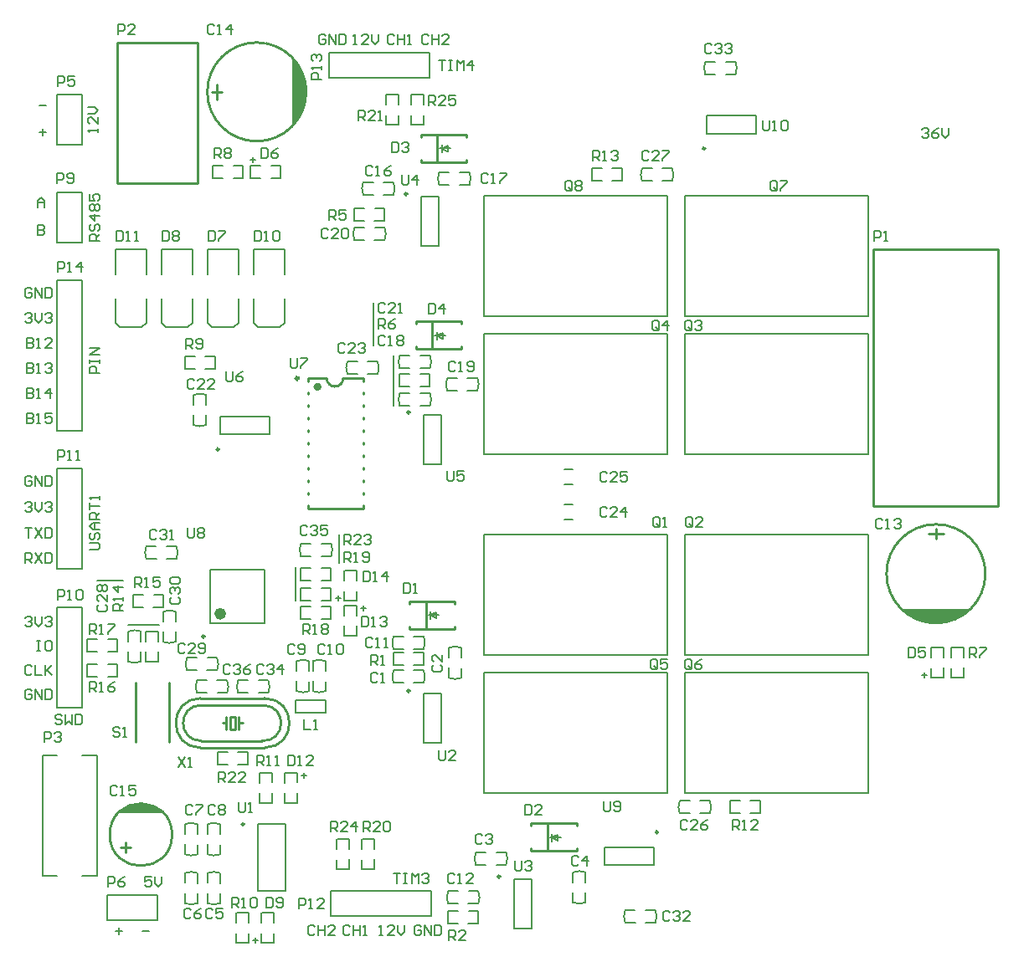
<source format=gto>
G04*
G04 #@! TF.GenerationSoftware,Altium Limited,Altium Designer,18.1.9 (240)*
G04*
G04 Layer_Color=65535*
%FSLAX25Y25*%
%MOIN*%
G70*
G01*
G75*
%ADD10C,0.00700*%
%ADD11C,0.00984*%
%ADD12C,0.01000*%
%ADD13C,0.01181*%
%ADD14C,0.01575*%
%ADD15C,0.02362*%
%ADD16C,0.00787*%
%ADD17C,0.00600*%
%ADD18C,0.00800*%
G36*
X41500Y62500D02*
X42067Y63128D01*
X43365Y64215D01*
X44802Y65111D01*
X46349Y65799D01*
X47977Y66265D01*
X49654Y66500D01*
X51346D01*
X53023Y66265D01*
X54651Y65799D01*
X56198Y65111D01*
X57635Y64215D01*
X58933Y63128D01*
X59500Y62500D01*
X59500Y62500D01*
X41500D01*
Y62500D01*
D02*
G37*
G36*
X110600Y364000D02*
Y336000D01*
X113600Y340000D01*
X115600Y346000D01*
X116600Y352000D01*
X115600Y356000D01*
X110600Y364000D01*
D02*
G37*
G36*
X381000Y144000D02*
X353000D01*
X357000Y141000D01*
X363000Y139000D01*
X369000Y138000D01*
X373000Y139000D01*
X381000Y144000D01*
D02*
G37*
D10*
X80827Y119565D02*
G03*
X80827Y124435I-6027J2435D01*
G01*
X68773D02*
G03*
X68773Y119565I6027J-2435D01*
G01*
X144727Y237565D02*
G03*
X144727Y242435I-6027J2435D01*
G01*
X132673D02*
G03*
X132673Y237565I6027J-2435D01*
G01*
X165578Y225065D02*
G03*
X165578Y229935I-6027J2435D01*
G01*
X153524D02*
G03*
X153524Y225065I6027J-2435D01*
G01*
X165578Y240065D02*
G03*
X165578Y244935I-6027J2435D01*
G01*
X153524D02*
G03*
X153524Y240065I6027J-2435D01*
G01*
X184476Y231065D02*
G03*
X184476Y235935I-6027J2435D01*
G01*
X172422D02*
G03*
X172422Y231065I6027J-2435D01*
G01*
X151027Y309065D02*
G03*
X151027Y313935I-6027J2435D01*
G01*
X138973D02*
G03*
X138973Y309065I6027J-2435D01*
G01*
X147527Y291065D02*
G03*
X147527Y295935I-6027J2435D01*
G01*
X135473D02*
G03*
X135473Y291065I6027J-2435D01*
G01*
X181275Y313065D02*
G03*
X181275Y317935I-6027J2435D01*
G01*
X169222D02*
G03*
X169222Y313065I6027J-2435D01*
G01*
X264973Y67435D02*
G03*
X264973Y62565I6027J-2435D01*
G01*
X277027D02*
G03*
X277027Y67435I-6027J2435D01*
G01*
X255327Y19065D02*
G03*
X255327Y23935I-6027J2435D01*
G01*
X243273D02*
G03*
X243273Y19065I6027J-2435D01*
G01*
X222565Y26973D02*
G03*
X227435Y26973I2435J6027D01*
G01*
Y39027D02*
G03*
X222565Y39027I-2435J-6027D01*
G01*
X72935Y38720D02*
G03*
X68065Y38720I-2435J-6027D01*
G01*
Y26667D02*
G03*
X72935Y26667I2435J6027D01*
G01*
X81935Y38720D02*
G03*
X77065Y38720I-2435J-6027D01*
G01*
Y26667D02*
G03*
X81935Y26667I2435J6027D01*
G01*
X64662Y164065D02*
G03*
X64662Y168935I-6027J2435D01*
G01*
X52609D02*
G03*
X52609Y164065I6027J-2435D01*
G01*
X59401Y130860D02*
G03*
X64271Y130860I2435J6027D01*
G01*
Y142913D02*
G03*
X59401Y142913I-2435J-6027D01*
G01*
X45565Y122960D02*
G03*
X50435Y122960I2435J6027D01*
G01*
Y135013D02*
G03*
X45565Y135013I-2435J-6027D01*
G01*
X118965Y111173D02*
G03*
X123835Y111173I2435J6027D01*
G01*
Y123227D02*
G03*
X118965Y123227I-2435J-6027D01*
G01*
X112565Y111173D02*
G03*
X117435Y111173I2435J6027D01*
G01*
Y123227D02*
G03*
X112565Y123227I-2435J-6027D01*
G01*
X101227Y110565D02*
G03*
X101227Y115435I-6027J2435D01*
G01*
X89173D02*
G03*
X89173Y110565I6027J-2435D01*
G01*
X72773Y115435D02*
G03*
X72773Y110565I6027J-2435D01*
G01*
X84827D02*
G03*
X84827Y115435I-6027J2435D01*
G01*
X173065Y116473D02*
G03*
X177935Y116473I2435J6027D01*
G01*
Y128527D02*
G03*
X173065Y128527I-2435J-6027D01*
G01*
X163078Y114565D02*
G03*
X163078Y119435I-6027J2435D01*
G01*
X151024D02*
G03*
X151024Y114565I6027J-2435D01*
G01*
X163078Y128065D02*
G03*
X163078Y132935I-6027J2435D01*
G01*
X151024D02*
G03*
X151024Y128065I6027J-2435D01*
G01*
X71565Y217222D02*
G03*
X76435Y217222I2435J6027D01*
G01*
Y229275D02*
G03*
X71565Y229275I-2435J-6027D01*
G01*
X249973Y319435D02*
G03*
X249973Y314565I6027J-2435D01*
G01*
X262027D02*
G03*
X262027Y319435I-6027J2435D01*
G01*
X183825Y46935D02*
G03*
X183825Y42065I6027J-2435D01*
G01*
X195878D02*
G03*
X195878Y46935I-6027J2435D01*
G01*
X81935Y58227D02*
G03*
X77065Y58227I-2435J-6027D01*
G01*
Y46173D02*
G03*
X81935Y46173I2435J6027D01*
G01*
X72935Y58227D02*
G03*
X68065Y58227I-2435J-6027D01*
G01*
Y46173D02*
G03*
X72935Y46173I2435J6027D01*
G01*
X172773Y31435D02*
G03*
X172773Y26565I6027J-2435D01*
G01*
X184827D02*
G03*
X184827Y31435I-6027J2435D01*
G01*
X287227Y357065D02*
G03*
X287227Y361935I-6027J2435D01*
G01*
X275173D02*
G03*
X275173Y357065I6027J-2435D01*
G01*
X126227Y165065D02*
G03*
X126227Y169935I-6027J2435D01*
G01*
X114173D02*
G03*
X114173Y165065I6027J-2435D01*
G01*
X11500Y37734D02*
Y85510D01*
X33154Y37734D02*
Y85510D01*
X27000D02*
X33154D01*
X11500D02*
X16913D01*
X27000Y37734D02*
X33154D01*
X11500D02*
X16913D01*
X133500Y48250D02*
Y52200D01*
Y40200D02*
Y44150D01*
X128500Y48300D02*
Y52200D01*
Y40200D02*
Y44100D01*
Y40200D02*
X133500D01*
X128600Y52200D02*
X133500D01*
X76850Y119500D02*
X80800D01*
X68800D02*
X72750D01*
X76900Y124500D02*
X80800D01*
X68800D02*
X72700D01*
X94200Y323000D02*
X96200D01*
X95200Y322000D02*
Y324000D01*
X102250Y315500D02*
X106200D01*
X94200D02*
X98150D01*
X102300Y320500D02*
X106200D01*
X94200D02*
X98100D01*
X94200Y315500D02*
Y320500D01*
X106200Y315500D02*
Y320400D01*
X151027Y244935D02*
X151051Y225000D01*
X143000Y266000D02*
X143100Y248988D01*
X45500Y137500D02*
X57635D01*
X33000Y155303D02*
X43376D01*
X112200Y147129D02*
Y160500D01*
X129500Y162126D02*
Y173500D01*
X114200Y147529D02*
Y152429D01*
X126200Y147429D02*
Y152429D01*
X122300Y147429D02*
X126200D01*
X114200D02*
X118100D01*
X122250Y152429D02*
X126200D01*
X114200D02*
X118150D01*
X122250Y155303D02*
X126200D01*
X114200D02*
X118150D01*
X122300Y160303D02*
X126200D01*
X114200D02*
X118100D01*
X114200Y155303D02*
Y160303D01*
X126200Y155303D02*
Y160203D01*
X140750Y237500D02*
X144700D01*
X132700D02*
X136650D01*
X140800Y242500D02*
X144700D01*
X132700D02*
X136600D01*
X161601Y232500D02*
X165551D01*
X153551D02*
X157501D01*
X161651Y237500D02*
X165551D01*
X153551D02*
X157451D01*
X153551Y232500D02*
Y237500D01*
X165551Y232500D02*
Y237400D01*
X161601Y225000D02*
X165551D01*
X153551D02*
X157501D01*
X161651Y230000D02*
X165551D01*
X153551D02*
X157451D01*
X161601Y240000D02*
X165551D01*
X153551D02*
X157501D01*
X161651Y245000D02*
X165551D01*
X153551D02*
X157451D01*
X180499Y231000D02*
X184449D01*
X172449D02*
X176399D01*
X180549Y236000D02*
X184449D01*
X172449D02*
X176349D01*
X147050Y309000D02*
X151000D01*
X139000D02*
X142950D01*
X147100Y314000D02*
X151000D01*
X139000D02*
X142900D01*
X143550Y298500D02*
X147500D01*
X135500D02*
X139450D01*
X143600Y303500D02*
X147500D01*
X135500D02*
X139400D01*
X135500Y298500D02*
Y303500D01*
X147500Y298500D02*
Y303400D01*
X143550Y291000D02*
X147500D01*
X135500D02*
X139450D01*
X143600Y296000D02*
X147500D01*
X135500D02*
X139400D01*
X177299Y313000D02*
X181249D01*
X169249D02*
X173199D01*
X177349Y318000D02*
X181249D01*
X169249D02*
X173149D01*
X158000Y336800D02*
Y340750D01*
Y344850D02*
Y348800D01*
X163000Y336800D02*
Y340700D01*
Y344900D02*
Y348800D01*
X158000D02*
X163000D01*
X158000Y336800D02*
X162900D01*
X148000D02*
Y340750D01*
Y344850D02*
Y348800D01*
X153000Y336800D02*
Y340700D01*
Y344900D02*
Y348800D01*
X148000D02*
X153000D01*
X148000Y336800D02*
X152900D01*
X187000Y260500D02*
Y308500D01*
X260000Y260500D02*
Y308500D01*
X187000Y260500D02*
X260000D01*
X187000Y308500D02*
X260000D01*
X340000Y260500D02*
Y308500D01*
X267000Y260500D02*
Y308500D01*
X340000D01*
X267000Y260500D02*
X340000D01*
X187000Y205500D02*
Y253500D01*
X260000Y205500D02*
Y253500D01*
X187000Y205500D02*
X260000D01*
X187000Y253500D02*
X260000D01*
X340000Y205500D02*
Y253500D01*
X267000Y205500D02*
Y253500D01*
X340000D01*
X267000Y205500D02*
X340000D01*
X187000Y70500D02*
Y118500D01*
X260000Y70500D02*
Y118500D01*
X187000Y70500D02*
X260000D01*
X187000Y118500D02*
X260000D01*
X340000Y70500D02*
Y118500D01*
X267000Y70500D02*
Y118500D01*
X340000D01*
X267000Y70500D02*
X340000D01*
X187000Y125500D02*
Y173500D01*
X260000Y125500D02*
Y173500D01*
X187000Y125500D02*
X260000D01*
X187000Y173500D02*
X260000D01*
X378000Y124550D02*
Y128500D01*
Y116500D02*
Y120450D01*
X373000Y124600D02*
Y128500D01*
Y116500D02*
Y120400D01*
Y116500D02*
X378000D01*
X373100Y128500D02*
X378000D01*
X362500Y116500D02*
Y118500D01*
X361500Y117500D02*
X363500D01*
X370000Y124550D02*
Y128500D01*
Y116500D02*
Y120450D01*
X365000Y124600D02*
Y128500D01*
Y116500D02*
Y120400D01*
Y116500D02*
X370000D01*
X365100Y128500D02*
X370000D01*
X293050Y62500D02*
X297000D01*
X285000D02*
X288950D01*
X293100Y67500D02*
X297000D01*
X285000D02*
X288900D01*
X285000Y62500D02*
Y67500D01*
X297000Y62500D02*
Y67400D01*
X265000Y67500D02*
X268950D01*
X273050D02*
X277000D01*
X265000Y62500D02*
X268900D01*
X273100D02*
X277000D01*
X251350Y19000D02*
X255300D01*
X243300D02*
X247250D01*
X251400Y24000D02*
X255300D01*
X243300D02*
X247200D01*
X222500Y27000D02*
Y30950D01*
Y35050D02*
Y39000D01*
X227500Y27000D02*
Y30900D01*
Y35100D02*
Y39000D01*
X180850Y18500D02*
X184800D01*
X172800D02*
X176750D01*
X180900Y23500D02*
X184800D01*
X172800D02*
X176700D01*
X172800Y18500D02*
Y23500D01*
X184800Y18500D02*
Y23400D01*
X73000Y34744D02*
Y38694D01*
Y26694D02*
Y30644D01*
X68000Y34794D02*
Y38694D01*
Y26694D02*
Y30594D01*
X82000Y34744D02*
Y38694D01*
Y26694D02*
Y30644D01*
X77000Y34794D02*
Y38694D01*
Y26694D02*
Y30594D01*
X60686Y164000D02*
X64636D01*
X52636D02*
X56586D01*
X60736Y169000D02*
X64636D01*
X52636D02*
X56536D01*
X59336Y130887D02*
Y134837D01*
Y138937D02*
Y142887D01*
X64336Y130887D02*
Y134787D01*
Y138987D02*
Y142887D01*
X52500Y122987D02*
Y126937D01*
Y131037D02*
Y134987D01*
X57500Y122987D02*
Y126887D01*
Y131087D02*
Y134987D01*
X52500D02*
X57500D01*
X52500Y122987D02*
X57400D01*
X45500D02*
Y126937D01*
Y131037D02*
Y134987D01*
X50500Y122987D02*
Y126887D01*
Y131087D02*
Y134987D01*
X29200Y132000D02*
X33150D01*
X37250D02*
X41200D01*
X29200Y127000D02*
X33100D01*
X37300D02*
X41200D01*
Y132000D01*
X29200Y127100D02*
Y132000D01*
Y122000D02*
X33150D01*
X37250D02*
X41200D01*
X29200Y117000D02*
X33100D01*
X37300D02*
X41200D01*
Y122000D01*
X29200Y117100D02*
Y122000D01*
X118900Y111200D02*
Y115150D01*
Y119250D02*
Y123200D01*
X123900Y111200D02*
Y115100D01*
Y119300D02*
Y123200D01*
X112500Y111200D02*
Y115150D01*
Y119250D02*
Y123200D01*
X117500Y111200D02*
Y115100D01*
Y119300D02*
Y123200D01*
X112200Y102500D02*
X124200D01*
X112200Y107500D02*
X124200D01*
X112200Y102500D02*
Y107500D01*
X124200Y102500D02*
Y107400D01*
X97250Y110500D02*
X101200D01*
X89200D02*
X93150D01*
X97300Y115500D02*
X101200D01*
X89200D02*
X93100D01*
X72800D02*
X76750D01*
X80850D02*
X84800D01*
X72800Y110500D02*
X76700D01*
X80900D02*
X84800D01*
X81000Y87000D02*
X84950D01*
X89050D02*
X93000D01*
X81000Y82000D02*
X84900D01*
X89100D02*
X93000D01*
Y87000D01*
X81000Y82100D02*
Y87000D01*
X115392Y76700D02*
Y78700D01*
X114392Y77700D02*
X116392D01*
X107892Y66700D02*
Y70650D01*
Y74750D02*
Y78700D01*
X112892Y66700D02*
Y70600D01*
Y74800D02*
Y78700D01*
X107892D02*
X112892D01*
X107892Y66700D02*
X112792D01*
X97892D02*
Y70650D01*
Y74750D02*
Y78700D01*
X102892Y66700D02*
Y70600D01*
Y74800D02*
Y78700D01*
X97892D02*
X102892D01*
X97892Y66700D02*
X102792D01*
X93500Y18850D02*
Y22800D01*
Y10800D02*
Y14750D01*
X88500Y18900D02*
Y22800D01*
Y10800D02*
Y14700D01*
Y10800D02*
X93500D01*
X88600Y22800D02*
X93500D01*
X96000Y10800D02*
Y12800D01*
X95000Y11800D02*
X97000D01*
X103500Y18850D02*
Y22800D01*
Y10800D02*
Y14750D01*
X98500Y18900D02*
Y22800D01*
Y10800D02*
Y14700D01*
Y10800D02*
X103500D01*
X98600Y22800D02*
X103500D01*
X173000Y116500D02*
Y120450D01*
Y124550D02*
Y128500D01*
X178000Y116500D02*
Y120400D01*
Y124600D02*
Y128500D01*
X159101Y114500D02*
X163051D01*
X151051D02*
X155001D01*
X159151Y119500D02*
X163051D01*
X151051D02*
X154951D01*
X159101Y121500D02*
X163051D01*
X151051D02*
X155001D01*
X159151Y126500D02*
X163051D01*
X151051D02*
X154951D01*
X151051Y121500D02*
Y126500D01*
X163051Y121500D02*
Y126400D01*
X159101Y128000D02*
X163051D01*
X151051D02*
X155001D01*
X159151Y133000D02*
X163051D01*
X151051D02*
X154951D01*
X139000Y143229D02*
Y145229D01*
X138000Y144229D02*
X140000D01*
X131500Y133229D02*
Y137179D01*
Y141279D02*
Y145229D01*
X136500Y133229D02*
Y137129D01*
Y141329D02*
Y145229D01*
X131500D02*
X136500D01*
X131500Y133229D02*
X136400D01*
X129000Y147129D02*
Y149129D01*
X128000Y148129D02*
X130000D01*
X136500Y155179D02*
Y159129D01*
Y147129D02*
Y151079D01*
X131500Y155229D02*
Y159129D01*
Y147129D02*
Y151029D01*
Y147129D02*
X136500D01*
X131600Y159129D02*
X136500D01*
X114200Y140029D02*
Y144929D01*
X126200Y139929D02*
Y144929D01*
X122300Y139929D02*
X126200D01*
X114200D02*
X118100D01*
X122250Y144929D02*
X126200D01*
X114200D02*
X118150D01*
X71500Y217249D02*
Y221199D01*
Y225299D02*
Y229249D01*
X76500Y217249D02*
Y221149D01*
Y225349D02*
Y229249D01*
X250000Y319500D02*
X253900D01*
X258100D02*
X262000D01*
X250000Y314500D02*
X253950D01*
X258050D02*
X262000D01*
X183851Y47000D02*
X187751D01*
X191951D02*
X195851D01*
X183851Y42000D02*
X187801D01*
X191901D02*
X195851D01*
X82000Y54300D02*
Y58200D01*
Y46200D02*
Y50100D01*
X77000Y54250D02*
Y58200D01*
Y46200D02*
Y50150D01*
X73000Y54300D02*
Y58200D01*
Y46200D02*
Y50100D01*
X68000Y54250D02*
Y58200D01*
Y46200D02*
Y50150D01*
X172800Y31500D02*
X176700D01*
X180900D02*
X184800D01*
X172800Y26500D02*
X176750D01*
X180850D02*
X184800D01*
X79200Y315600D02*
Y320500D01*
X91200Y315500D02*
Y320500D01*
X87300Y315500D02*
X91200D01*
X79200D02*
X83100D01*
X87250Y320500D02*
X91200D01*
X79200D02*
X83150D01*
X68000Y239600D02*
Y244500D01*
X80000Y239500D02*
Y244500D01*
X76100Y239500D02*
X80000D01*
X68000D02*
X71900D01*
X76050Y244500D02*
X80000D01*
X68000D02*
X71950D01*
X267000Y125500D02*
X340000D01*
X267000Y173500D02*
X340000D01*
X267000Y125500D02*
Y173500D01*
X340000Y125500D02*
Y173500D01*
X230000Y314600D02*
Y319500D01*
X242000Y314500D02*
Y319500D01*
X238100Y314500D02*
X242000D01*
X230000D02*
X233900D01*
X238050Y319500D02*
X242000D01*
X230000D02*
X233950D01*
X59500Y144500D02*
Y149400D01*
X47500Y144500D02*
Y149500D01*
X51400D01*
X55600D02*
X59500D01*
X47500Y144500D02*
X51450D01*
X55550D02*
X59500D01*
X283300Y357000D02*
X287200D01*
X275200D02*
X279100D01*
X283250Y362000D02*
X287200D01*
X275200D02*
X279150D01*
X138600Y52200D02*
X143500D01*
X138500Y40200D02*
X143500D01*
X138500D02*
Y44100D01*
Y48300D02*
Y52200D01*
X143500Y40200D02*
Y44150D01*
Y48250D02*
Y52200D01*
X122300Y165000D02*
X126200D01*
X114200D02*
X118100D01*
X122250Y170000D02*
X126200D01*
X114200D02*
X118150D01*
D11*
X156543Y309347D02*
G03*
X156543Y309347I-492J0D01*
G01*
X275146Y327500D02*
G03*
X275146Y327500I-492J0D01*
G01*
X193543Y37347D02*
G03*
X193543Y37347I-492J0D01*
G01*
X91575Y58138D02*
G03*
X91575Y58138I-492J0D01*
G01*
X157543Y111346D02*
G03*
X157543Y111346I-492J0D01*
G01*
Y222346D02*
G03*
X157543Y222346I-492J0D01*
G01*
X81551Y207551D02*
G03*
X81551Y207551I-492J0D01*
G01*
X256339Y55000D02*
G03*
X256339Y55000I-492J0D01*
G01*
X75862Y133000D02*
G03*
X75862Y133000I-492J0D01*
G01*
D12*
X386680Y158000D02*
G03*
X386680Y158000I-19680J0D01*
G01*
X99800Y88660D02*
G03*
X99795Y108343I-34J9841D01*
G01*
X74200Y108340D02*
G03*
X74205Y88657I34J-9841D01*
G01*
X98810Y91410D02*
G03*
X99598Y105587I368J7090D01*
G01*
X74400Y105590D02*
G03*
X74402Y91413I1J-7088D01*
G01*
X124500Y235877D02*
G03*
X131000Y235777I3250J-50D01*
G01*
X62900Y54000D02*
G03*
X62900Y54000I-12400J0D01*
G01*
X116280Y350000D02*
G03*
X116280Y350000I-19680J0D01*
G01*
X160000Y247488D02*
Y248547D01*
Y257453D02*
Y258500D01*
X178055D01*
X166500Y247488D02*
Y258500D01*
X159945Y247488D02*
X178055D01*
Y257453D02*
Y258512D01*
Y247488D02*
Y248547D01*
X162000Y321988D02*
Y323047D01*
Y331953D02*
Y333000D01*
X180055D01*
X168500Y321988D02*
Y333000D01*
X161945Y321988D02*
X180055D01*
Y331953D02*
Y333012D01*
Y321988D02*
Y323047D01*
X364000Y174000D02*
X370000D01*
X367000Y172000D02*
Y176000D01*
X61693Y90909D02*
Y114532D01*
X48307D02*
X48307Y90909D01*
X74402Y91413D02*
X98811D01*
X74205Y88657D02*
X99795D01*
X74402Y105587D02*
X99598D01*
X74205Y108343D02*
X99795D01*
X86000Y96000D02*
Y101000D01*
Y96000D02*
X88000D01*
Y101000D01*
X86000D02*
X88000D01*
X84500Y98500D02*
Y101000D01*
Y96000D02*
Y98500D01*
X83000D02*
X84500D01*
X89500D02*
Y101000D01*
Y96000D02*
Y98500D01*
X91000D01*
X391803Y184819D02*
Y287181D01*
X342197Y184819D02*
X391803D01*
X342197Y184819D02*
Y287181D01*
X391803D01*
X139000Y234591D02*
Y236000D01*
Y229591D02*
Y230409D01*
Y224591D02*
Y225409D01*
Y219591D02*
Y220409D01*
Y214591D02*
Y215409D01*
Y209591D02*
Y210409D01*
Y204591D02*
Y205409D01*
Y199591D02*
Y200409D01*
Y194591D02*
Y195409D01*
Y189591D02*
Y190409D01*
Y184000D02*
Y185409D01*
X117000Y184000D02*
X139000D01*
X117000D02*
Y185409D01*
Y189591D02*
Y190409D01*
Y194591D02*
Y195409D01*
Y199591D02*
Y200409D01*
Y204591D02*
Y205409D01*
Y209591D02*
Y210409D01*
Y214591D02*
Y215409D01*
Y219591D02*
Y220409D01*
Y224591D02*
Y225409D01*
Y229591D02*
Y230409D01*
Y234591D02*
Y236000D01*
X131000D02*
X139000D01*
X117000D02*
X124500D01*
X73000Y313700D02*
Y369700D01*
X41000Y313700D02*
X73000D01*
X41000D02*
Y369700D01*
X73000D01*
X223929Y47488D02*
Y48547D01*
Y57453D02*
Y58512D01*
X205819Y47488D02*
X223929D01*
X212374D02*
Y58500D01*
X205874D02*
X223929D01*
X205874Y57453D02*
Y58500D01*
Y47488D02*
Y48547D01*
X175555Y136043D02*
Y137102D01*
Y146008D02*
Y147067D01*
X157445Y136043D02*
X175555D01*
X164000D02*
Y147055D01*
X157500D02*
X175555D01*
X157500Y146008D02*
Y147055D01*
Y136043D02*
Y137102D01*
X44500Y47000D02*
Y51000D01*
X42500Y49000D02*
X46500D01*
X78600Y350000D02*
X82600D01*
X80600Y347000D02*
Y353000D01*
D13*
X113240Y235870D02*
G03*
X113240Y235860I-591J-5D01*
G01*
D14*
X121600Y232500D02*
G03*
X121600Y232490I-787J-5D01*
G01*
D15*
X83244Y142055D02*
G03*
X83244Y142055I-1181J0D01*
G01*
D16*
X165500Y355500D02*
Y365500D01*
X125500Y355500D02*
X165500D01*
X125500Y365500D02*
X165500D01*
X125500Y355500D02*
Y365500D01*
X27000Y290000D02*
Y310000D01*
X17000D02*
X27000D01*
X17000Y290000D02*
Y310000D01*
Y290000D02*
X27000D01*
X161957Y288657D02*
X169043D01*
X161957Y308343D02*
X169043D01*
Y288657D02*
Y308343D01*
X161957Y288657D02*
Y308343D01*
X295342Y333405D02*
Y340492D01*
X275658Y333405D02*
Y340492D01*
X295342D01*
X275658Y333405D02*
X295342D01*
X198957Y16657D02*
X206043D01*
X198957Y36342D02*
X206043D01*
Y16657D02*
Y36342D01*
X198957Y16657D02*
Y36342D01*
X126000Y21500D02*
Y31500D01*
X166000D01*
X126000Y21500D02*
X166000D01*
Y31500D01*
X96988Y31760D02*
X108012D01*
X96988Y58138D02*
X108012D01*
Y31760D02*
Y58138D01*
X96988Y31760D02*
Y58138D01*
X219110Y185453D02*
X222260D01*
X219110Y179547D02*
X222260D01*
X219110Y199453D02*
X222260D01*
X219110Y193547D02*
X222260D01*
X162957Y90658D02*
X170043D01*
X162957Y110343D02*
X170043D01*
Y90658D02*
Y110343D01*
X162957Y90658D02*
Y110343D01*
Y201658D02*
X170043D01*
X162957Y221342D02*
X170043D01*
Y201658D02*
Y221342D01*
X162957Y201658D02*
Y221342D01*
X101748Y213457D02*
Y220543D01*
X82063Y213457D02*
Y220543D01*
X101748D01*
X82063Y213457D02*
X101748D01*
X40398Y258080D02*
Y267726D01*
X52602Y258080D02*
Y267726D01*
Y277175D02*
Y287411D01*
X40398Y277175D02*
Y287411D01*
X42169Y256309D02*
X50831D01*
X52602Y258080D01*
X40398D02*
X42169Y256309D01*
X40398Y287411D02*
X52602D01*
X95398Y258080D02*
Y267726D01*
X107602Y258080D02*
Y267726D01*
Y277175D02*
Y287411D01*
X95398Y277175D02*
Y287411D01*
X97169Y256309D02*
X105831D01*
X107602Y258080D01*
X95398D02*
X97169Y256309D01*
X95398Y287411D02*
X107602D01*
X58731Y258080D02*
Y267726D01*
X70936Y258080D02*
Y267726D01*
Y277175D02*
Y287411D01*
X58731Y277175D02*
Y287411D01*
X60503Y256309D02*
X69164D01*
X70936Y258080D01*
X58731D02*
X60503Y256309D01*
X58731Y287411D02*
X70936D01*
X77064Y258080D02*
Y267726D01*
X89269Y258080D02*
Y267726D01*
Y277175D02*
Y287411D01*
X77064Y277175D02*
Y287411D01*
X78836Y256309D02*
X87497D01*
X89269Y258080D01*
X77064D02*
X78836Y256309D01*
X77064Y287411D02*
X89269D01*
X235157Y42008D02*
Y49095D01*
X254842Y42008D02*
Y49095D01*
X235157Y42008D02*
X254842D01*
X235157Y49095D02*
X254842D01*
X37000Y20000D02*
Y30000D01*
X57000D01*
Y20000D02*
Y30000D01*
X37000Y20000D02*
X57000D01*
X17000Y329000D02*
X27000D01*
X17000D02*
Y349000D01*
X27000D01*
Y329000D02*
Y349000D01*
X17000Y104500D02*
X27000D01*
X17000D02*
Y144500D01*
X27000Y104500D02*
Y144500D01*
X17000D02*
X27000D01*
X99779Y138118D02*
Y159772D01*
X78126Y138118D02*
Y159772D01*
X99779D01*
X78126Y138118D02*
X99779D01*
X17000Y200000D02*
X27000D01*
Y160000D02*
Y200000D01*
X17000Y160000D02*
Y200000D01*
Y160000D02*
X27000D01*
X17000Y215000D02*
X27000D01*
X17000Y275000D02*
X27000D01*
Y215000D02*
Y275000D01*
X17000Y215000D02*
Y275000D01*
D17*
X168348Y252923D02*
X170600Y254100D01*
X167400Y253000D02*
X171700D01*
X168348Y252923D02*
Y254423D01*
Y251423D02*
Y252923D01*
X170482Y251738D01*
X170600D02*
Y254100D01*
X170348Y327423D02*
X172600Y328600D01*
X169400Y327500D02*
X173700D01*
X170348Y327423D02*
Y328923D01*
Y325923D02*
Y327423D01*
X172482Y326238D01*
X172600D02*
Y328600D01*
X216474Y51738D02*
Y54100D01*
X214222Y52923D02*
X216356Y51738D01*
X214222Y51423D02*
Y52923D01*
Y54423D01*
X213274Y53000D02*
X217574D01*
X214222Y52923D02*
X216474Y54100D01*
X168100Y140293D02*
Y142655D01*
X165848Y141478D02*
X167982Y140293D01*
X165848Y139978D02*
Y141478D01*
Y142978D01*
X164900Y141555D02*
X169200D01*
X165848Y141478D02*
X168100Y142655D01*
D18*
X361500Y334832D02*
X362166Y335499D01*
X363499D01*
X364166Y334832D01*
Y334166D01*
X363499Y333499D01*
X362833D01*
X363499D01*
X364166Y332833D01*
Y332166D01*
X363499Y331500D01*
X362166D01*
X361500Y332166D01*
X368164Y335499D02*
X366832Y334832D01*
X365499Y333499D01*
Y332166D01*
X366165Y331500D01*
X367498D01*
X368164Y332166D01*
Y332833D01*
X367498Y333499D01*
X365499D01*
X369497Y335499D02*
Y332833D01*
X370830Y331500D01*
X372163Y332833D01*
Y335499D01*
X165166Y372332D02*
X164499Y372999D01*
X163166D01*
X162500Y372332D01*
Y369666D01*
X163166Y369000D01*
X164499D01*
X165166Y369666D01*
X166499Y372999D02*
Y369000D01*
Y370999D01*
X169165D01*
Y372999D01*
Y369000D01*
X173163D02*
X170497D01*
X173163Y371666D01*
Y372332D01*
X172497Y372999D01*
X171164D01*
X170497Y372332D01*
X151499D02*
X150833Y372999D01*
X149500D01*
X148833Y372332D01*
Y369666D01*
X149500Y369000D01*
X150833D01*
X151499Y369666D01*
X152832Y372999D02*
Y369000D01*
Y370999D01*
X155498D01*
Y372999D01*
Y369000D01*
X156831D02*
X158164D01*
X157497D01*
Y372999D01*
X156831Y372332D01*
X135167Y369000D02*
X136500D01*
X135833D01*
Y372999D01*
X135167Y372332D01*
X141165Y369000D02*
X138499D01*
X141165Y371666D01*
Y372332D01*
X140498Y372999D01*
X139165D01*
X138499Y372332D01*
X142498Y372999D02*
Y370333D01*
X143831Y369000D01*
X145163Y370333D01*
Y372999D01*
X124166Y372332D02*
X123499Y372999D01*
X122167D01*
X121500Y372332D01*
Y369666D01*
X122167Y369000D01*
X123499D01*
X124166Y369666D01*
Y370999D01*
X122833D01*
X125499Y369000D02*
Y372999D01*
X128165Y369000D01*
Y372999D01*
X129497D02*
Y369000D01*
X131497D01*
X132163Y369666D01*
Y372332D01*
X131497Y372999D01*
X129497D01*
X169000Y362499D02*
X171666D01*
X170333D01*
Y358500D01*
X172999Y362499D02*
X174332D01*
X173665D01*
Y358500D01*
X172999D01*
X174332D01*
X176331D02*
Y362499D01*
X177664Y361166D01*
X178997Y362499D01*
Y358500D01*
X182329D02*
Y362499D01*
X180330Y360499D01*
X182995D01*
X151051Y38599D02*
X153717D01*
X152384D01*
Y34600D01*
X155050Y38599D02*
X156383D01*
X155716D01*
Y34600D01*
X155050D01*
X156383D01*
X158382D02*
Y38599D01*
X159715Y37266D01*
X161048Y38599D01*
Y34600D01*
X162381Y37932D02*
X163047Y38599D01*
X164380D01*
X165047Y37932D01*
Y37266D01*
X164380Y36599D01*
X163714D01*
X164380D01*
X165047Y35933D01*
Y35266D01*
X164380Y34600D01*
X163047D01*
X162381Y35266D01*
X162166Y17332D02*
X161499Y17999D01*
X160166D01*
X159500Y17332D01*
Y14667D01*
X160166Y14000D01*
X161499D01*
X162166Y14667D01*
Y15999D01*
X160833D01*
X163499Y14000D02*
Y17999D01*
X166165Y14000D01*
Y17999D01*
X167497D02*
Y14000D01*
X169497D01*
X170163Y14667D01*
Y17332D01*
X169497Y17999D01*
X167497D01*
X145333Y14000D02*
X146666D01*
X146000D01*
Y17999D01*
X145333Y17332D01*
X151331Y14000D02*
X148666D01*
X151331Y16666D01*
Y17332D01*
X150665Y17999D01*
X149332D01*
X148666Y17332D01*
X152664Y17999D02*
Y15333D01*
X153997Y14000D01*
X155330Y15333D01*
Y17999D01*
X133833Y17332D02*
X133166Y17999D01*
X131833D01*
X131167Y17332D01*
Y14667D01*
X131833Y14000D01*
X133166D01*
X133833Y14667D01*
X135165Y17999D02*
Y14000D01*
Y15999D01*
X137831D01*
Y17999D01*
Y14000D01*
X139164D02*
X140497D01*
X139831D01*
Y17999D01*
X139164Y17332D01*
X119666D02*
X118999Y17999D01*
X117666D01*
X117000Y17332D01*
Y14667D01*
X117666Y14000D01*
X118999D01*
X119666Y14667D01*
X120999Y17999D02*
Y14000D01*
Y15999D01*
X123664D01*
Y17999D01*
Y14000D01*
X127663D02*
X124997D01*
X127663Y16666D01*
Y17332D01*
X126997Y17999D01*
X125664D01*
X124997Y17332D01*
X51000Y15499D02*
X53666D01*
X40500D02*
X43166D01*
X41833Y16832D02*
Y14166D01*
X54666Y37199D02*
X52000D01*
Y35199D01*
X53333Y35866D01*
X53999D01*
X54666Y35199D01*
Y33866D01*
X53999Y33200D01*
X52666D01*
X52000Y33866D01*
X55999Y37199D02*
Y34533D01*
X57332Y33200D01*
X58665Y34533D01*
Y37199D01*
X19166Y101332D02*
X18499Y101999D01*
X17166D01*
X16500Y101332D01*
Y100666D01*
X17166Y99999D01*
X18499D01*
X19166Y99333D01*
Y98666D01*
X18499Y98000D01*
X17166D01*
X16500Y98666D01*
X20499Y101999D02*
Y98000D01*
X21832Y99333D01*
X23165Y98000D01*
Y101999D01*
X24497D02*
Y98000D01*
X26497D01*
X27163Y98666D01*
Y101332D01*
X26497Y101999D01*
X24497D01*
X30001Y167500D02*
X33334D01*
X34000Y168166D01*
Y169499D01*
X33334Y170166D01*
X30001D01*
X30668Y174164D02*
X30001Y173498D01*
Y172165D01*
X30668Y171499D01*
X31334D01*
X32001Y172165D01*
Y173498D01*
X32667Y174164D01*
X33334D01*
X34000Y173498D01*
Y172165D01*
X33334Y171499D01*
X34000Y175497D02*
X31334D01*
X30001Y176830D01*
X31334Y178163D01*
X34000D01*
X32001D01*
Y175497D01*
X34000Y179496D02*
X30001D01*
Y181495D01*
X30668Y182162D01*
X32001D01*
X32667Y181495D01*
Y179496D01*
Y180829D02*
X34000Y182162D01*
X30001Y183495D02*
Y186161D01*
Y184828D01*
X34000D01*
Y187494D02*
Y188826D01*
Y188160D01*
X30001D01*
X30668Y187494D01*
X34000Y238000D02*
X30001D01*
Y239999D01*
X30668Y240666D01*
X32001D01*
X32667Y239999D01*
Y238000D01*
X30001Y241999D02*
Y243332D01*
Y242665D01*
X34000D01*
Y241999D01*
Y243332D01*
Y245331D02*
X30001D01*
X34000Y247997D01*
X30001D01*
X33500Y334000D02*
Y335333D01*
Y334666D01*
X29501D01*
X30168Y334000D01*
X33500Y339998D02*
Y337332D01*
X30834Y339998D01*
X30168D01*
X29501Y339332D01*
Y337999D01*
X30168Y337332D01*
X29501Y341331D02*
X32167D01*
X33500Y342664D01*
X32167Y343997D01*
X29501D01*
X10000Y344499D02*
X12666D01*
X10000Y333999D02*
X12666D01*
X11333Y335332D02*
Y332666D01*
X34000Y290600D02*
X30001D01*
Y292599D01*
X30668Y293266D01*
X32001D01*
X32667Y292599D01*
Y290600D01*
Y291933D02*
X34000Y293266D01*
X30668Y297265D02*
X30001Y296598D01*
Y295265D01*
X30668Y294599D01*
X31334D01*
X32001Y295265D01*
Y296598D01*
X32667Y297265D01*
X33334D01*
X34000Y296598D01*
Y295265D01*
X33334Y294599D01*
X34000Y300597D02*
X30001D01*
X32001Y298597D01*
Y301263D01*
X30668Y302596D02*
X30001Y303263D01*
Y304595D01*
X30668Y305262D01*
X31334D01*
X32001Y304595D01*
X32667Y305262D01*
X33334D01*
X34000Y304595D01*
Y303263D01*
X33334Y302596D01*
X32667D01*
X32001Y303263D01*
X31334Y302596D01*
X30668D01*
X32001Y303263D02*
Y304595D01*
X30001Y309261D02*
Y306595D01*
X32001D01*
X31334Y307928D01*
Y308594D01*
X32001Y309261D01*
X33334D01*
X34000Y308594D01*
Y307261D01*
X33334Y306595D01*
X9500Y296999D02*
Y293000D01*
X11499D01*
X12166Y293666D01*
Y294333D01*
X11499Y294999D01*
X9500D01*
X11499D01*
X12166Y295666D01*
Y296332D01*
X11499Y296999D01*
X9500D01*
Y304000D02*
Y306666D01*
X10833Y307999D01*
X12166Y306666D01*
Y304000D01*
Y305999D01*
X9500D01*
X7166Y271332D02*
X6499Y271999D01*
X5166D01*
X4500Y271332D01*
Y268666D01*
X5166Y268000D01*
X6499D01*
X7166Y268666D01*
Y269999D01*
X5833D01*
X8499Y268000D02*
Y271999D01*
X11164Y268000D01*
Y271999D01*
X12497D02*
Y268000D01*
X14497D01*
X15163Y268666D01*
Y271332D01*
X14497Y271999D01*
X12497D01*
X4500Y261332D02*
X5166Y261999D01*
X6499D01*
X7166Y261332D01*
Y260666D01*
X6499Y259999D01*
X5833D01*
X6499D01*
X7166Y259333D01*
Y258666D01*
X6499Y258000D01*
X5166D01*
X4500Y258666D01*
X8499Y261999D02*
Y259333D01*
X9832Y258000D01*
X11164Y259333D01*
Y261999D01*
X12497Y261332D02*
X13164Y261999D01*
X14497D01*
X15163Y261332D01*
Y260666D01*
X14497Y259999D01*
X13830D01*
X14497D01*
X15163Y259333D01*
Y258666D01*
X14497Y258000D01*
X13164D01*
X12497Y258666D01*
X5166Y251999D02*
Y248000D01*
X7166D01*
X7832Y248666D01*
Y249333D01*
X7166Y249999D01*
X5166D01*
X7166D01*
X7832Y250666D01*
Y251332D01*
X7166Y251999D01*
X5166D01*
X9165Y248000D02*
X10498D01*
X9832D01*
Y251999D01*
X9165Y251332D01*
X15163Y248000D02*
X12497D01*
X15163Y250666D01*
Y251332D01*
X14497Y251999D01*
X13164D01*
X12497Y251332D01*
X5166Y241999D02*
Y238000D01*
X7166D01*
X7832Y238666D01*
Y239333D01*
X7166Y239999D01*
X5166D01*
X7166D01*
X7832Y240666D01*
Y241332D01*
X7166Y241999D01*
X5166D01*
X9165Y238000D02*
X10498D01*
X9832D01*
Y241999D01*
X9165Y241332D01*
X12497D02*
X13164Y241999D01*
X14497D01*
X15163Y241332D01*
Y240666D01*
X14497Y239999D01*
X13830D01*
X14497D01*
X15163Y239333D01*
Y238666D01*
X14497Y238000D01*
X13164D01*
X12497Y238666D01*
X5166Y231999D02*
Y228000D01*
X7166D01*
X7832Y228666D01*
Y229333D01*
X7166Y229999D01*
X5166D01*
X7166D01*
X7832Y230666D01*
Y231332D01*
X7166Y231999D01*
X5166D01*
X9165Y228000D02*
X10498D01*
X9832D01*
Y231999D01*
X9165Y231332D01*
X14497Y228000D02*
Y231999D01*
X12497Y229999D01*
X15163D01*
X5166Y221999D02*
Y218000D01*
X7166D01*
X7832Y218666D01*
Y219333D01*
X7166Y219999D01*
X5166D01*
X7166D01*
X7832Y220666D01*
Y221332D01*
X7166Y221999D01*
X5166D01*
X9165Y218000D02*
X10498D01*
X9832D01*
Y221999D01*
X9165Y221332D01*
X15163Y221999D02*
X12497D01*
Y219999D01*
X13830Y220666D01*
X14497D01*
X15163Y219999D01*
Y218666D01*
X14497Y218000D01*
X13164D01*
X12497Y218666D01*
X7166Y196332D02*
X6499Y196999D01*
X5166D01*
X4500Y196332D01*
Y193666D01*
X5166Y193000D01*
X6499D01*
X7166Y193666D01*
Y194999D01*
X5833D01*
X8499Y193000D02*
Y196999D01*
X11164Y193000D01*
Y196999D01*
X12497D02*
Y193000D01*
X14497D01*
X15163Y193666D01*
Y196332D01*
X14497Y196999D01*
X12497D01*
X4500Y186041D02*
X5166Y186707D01*
X6499D01*
X7166Y186041D01*
Y185374D01*
X6499Y184708D01*
X5833D01*
X6499D01*
X7166Y184042D01*
Y183375D01*
X6499Y182709D01*
X5166D01*
X4500Y183375D01*
X8499Y186707D02*
Y184042D01*
X9832Y182709D01*
X11164Y184042D01*
Y186707D01*
X12497Y186041D02*
X13164Y186707D01*
X14497D01*
X15163Y186041D01*
Y185374D01*
X14497Y184708D01*
X13830D01*
X14497D01*
X15163Y184042D01*
Y183375D01*
X14497Y182709D01*
X13164D01*
X12497Y183375D01*
X4500Y176416D02*
X7166D01*
X5833D01*
Y172417D01*
X8499Y176416D02*
X11164Y172417D01*
Y176416D02*
X8499Y172417D01*
X12497Y176416D02*
Y172417D01*
X14497D01*
X15163Y173084D01*
Y175750D01*
X14497Y176416D01*
X12497D01*
X4500Y162126D02*
Y166125D01*
X6499D01*
X7166Y165458D01*
Y164125D01*
X6499Y163459D01*
X4500D01*
X5833D02*
X7166Y162126D01*
X8499Y166125D02*
X11164Y162126D01*
Y166125D02*
X8499Y162126D01*
X12497Y166125D02*
Y162126D01*
X14497D01*
X15163Y162793D01*
Y165458D01*
X14497Y166125D01*
X12497D01*
X4500Y140332D02*
X5166Y140999D01*
X6499D01*
X7166Y140332D01*
Y139666D01*
X6499Y138999D01*
X5833D01*
X6499D01*
X7166Y138333D01*
Y137666D01*
X6499Y137000D01*
X5166D01*
X4500Y137666D01*
X8499Y140999D02*
Y138333D01*
X9832Y137000D01*
X11164Y138333D01*
Y140999D01*
X12497Y140332D02*
X13164Y140999D01*
X14497D01*
X15163Y140332D01*
Y139666D01*
X14497Y138999D01*
X13830D01*
X14497D01*
X15163Y138333D01*
Y137666D01*
X14497Y137000D01*
X13164D01*
X12497Y137666D01*
X7166Y111159D02*
X6499Y111825D01*
X5166D01*
X4500Y111159D01*
Y108493D01*
X5166Y107826D01*
X6499D01*
X7166Y108493D01*
Y109826D01*
X5833D01*
X8499Y107826D02*
Y111825D01*
X11164Y107826D01*
Y111825D01*
X12497D02*
Y107826D01*
X14497D01*
X15163Y108493D01*
Y111159D01*
X14497Y111825D01*
X12497D01*
X9165Y131274D02*
X10498D01*
X9832D01*
Y127275D01*
X9165D01*
X10498D01*
X14497Y131274D02*
X13164D01*
X12497Y130608D01*
Y127942D01*
X13164Y127275D01*
X14497D01*
X15163Y127942D01*
Y130608D01*
X14497Y131274D01*
X7166Y120883D02*
X6499Y121549D01*
X5166D01*
X4500Y120883D01*
Y118217D01*
X5166Y117551D01*
X6499D01*
X7166Y118217D01*
X8499Y121549D02*
Y117551D01*
X11164D01*
X12497Y121549D02*
Y117551D01*
Y118884D01*
X15163Y121549D01*
X13164Y119550D01*
X15163Y117551D01*
X65500Y84999D02*
X68166Y81000D01*
Y84999D02*
X65500Y81000D01*
X69499D02*
X70832D01*
X70165D01*
Y84999D01*
X69499Y84332D01*
X298000Y338499D02*
Y335166D01*
X298666Y334500D01*
X299999D01*
X300666Y335166D01*
Y338499D01*
X301999Y334500D02*
X303332D01*
X302665D01*
Y338499D01*
X301999Y337832D01*
X305331D02*
X305997Y338499D01*
X307330D01*
X307997Y337832D01*
Y335166D01*
X307330Y334500D01*
X305997D01*
X305331Y335166D01*
Y337832D01*
X234800Y67299D02*
Y63966D01*
X235466Y63300D01*
X236799D01*
X237466Y63966D01*
Y67299D01*
X238799Y63966D02*
X239465Y63300D01*
X240798D01*
X241464Y63966D01*
Y66632D01*
X240798Y67299D01*
X239465D01*
X238799Y66632D01*
Y65966D01*
X239465Y65299D01*
X241464D01*
X69200Y176299D02*
Y172967D01*
X69866Y172300D01*
X71199D01*
X71866Y172967D01*
Y176299D01*
X73199Y175632D02*
X73865Y176299D01*
X75198D01*
X75864Y175632D01*
Y174966D01*
X75198Y174299D01*
X75864Y173633D01*
Y172967D01*
X75198Y172300D01*
X73865D01*
X73199Y172967D01*
Y173633D01*
X73865Y174299D01*
X73199Y174966D01*
Y175632D01*
X73865Y174299D02*
X75198D01*
X110100Y243999D02*
Y240666D01*
X110766Y240000D01*
X112099D01*
X112766Y240666D01*
Y243999D01*
X114099D02*
X116764D01*
Y243332D01*
X114099Y240666D01*
Y240000D01*
X84500Y238499D02*
Y235166D01*
X85166Y234500D01*
X86499D01*
X87166Y235166D01*
Y238499D01*
X91164D02*
X89832Y237832D01*
X88499Y236499D01*
Y235166D01*
X89165Y234500D01*
X90498D01*
X91164Y235166D01*
Y235833D01*
X90498Y236499D01*
X88499D01*
X172500Y198999D02*
Y195667D01*
X173167Y195000D01*
X174499D01*
X175166Y195667D01*
Y198999D01*
X179165D02*
X176499D01*
Y196999D01*
X177832Y197666D01*
X178498D01*
X179165Y196999D01*
Y195667D01*
X178498Y195000D01*
X177165D01*
X176499Y195667D01*
X154500Y317064D02*
Y313732D01*
X155166Y313065D01*
X156499D01*
X157166Y313732D01*
Y317064D01*
X160498Y313065D02*
Y317064D01*
X158499Y315064D01*
X161164D01*
X199500Y43499D02*
Y40166D01*
X200167Y39500D01*
X201499D01*
X202166Y40166D01*
Y43499D01*
X203499Y42832D02*
X204165Y43499D01*
X205498D01*
X206165Y42832D01*
Y42166D01*
X205498Y41499D01*
X204832D01*
X205498D01*
X206165Y40833D01*
Y40166D01*
X205498Y39500D01*
X204165D01*
X203499Y40166D01*
X169000Y87499D02*
Y84166D01*
X169667Y83500D01*
X170999D01*
X171666Y84166D01*
Y87499D01*
X175664Y83500D02*
X172999D01*
X175664Y86166D01*
Y86832D01*
X174998Y87499D01*
X173665D01*
X172999Y86832D01*
X89500Y66999D02*
Y63666D01*
X90166Y63000D01*
X91499D01*
X92166Y63666D01*
Y66999D01*
X93499Y63000D02*
X94832D01*
X94165D01*
Y66999D01*
X93499Y66332D01*
X42166Y96332D02*
X41499Y96999D01*
X40166D01*
X39500Y96332D01*
Y95666D01*
X40166Y94999D01*
X41499D01*
X42166Y94333D01*
Y93666D01*
X41499Y93000D01*
X40166D01*
X39500Y93666D01*
X43499Y93000D02*
X44832D01*
X44165D01*
Y96999D01*
X43499Y96332D01*
X165000Y344500D02*
Y348499D01*
X166999D01*
X167666Y347832D01*
Y346499D01*
X166999Y345833D01*
X165000D01*
X166333D02*
X167666Y344500D01*
X171665D02*
X168999D01*
X171665Y347166D01*
Y347832D01*
X170998Y348499D01*
X169665D01*
X168999Y347832D01*
X175663Y348499D02*
X172997D01*
Y346499D01*
X174330Y347166D01*
X174997D01*
X175663Y346499D01*
Y345166D01*
X174997Y344500D01*
X173664D01*
X172997Y345166D01*
X126200Y55400D02*
Y59399D01*
X128199D01*
X128866Y58732D01*
Y57399D01*
X128199Y56733D01*
X126200D01*
X127533D02*
X128866Y55400D01*
X132864D02*
X130199D01*
X132864Y58066D01*
Y58732D01*
X132198Y59399D01*
X130865D01*
X130199Y58732D01*
X136197Y55400D02*
Y59399D01*
X134197Y57399D01*
X136863D01*
X131500Y169500D02*
Y173499D01*
X133499D01*
X134166Y172832D01*
Y171499D01*
X133499Y170833D01*
X131500D01*
X132833D02*
X134166Y169500D01*
X138164D02*
X135499D01*
X138164Y172166D01*
Y172832D01*
X137498Y173499D01*
X136165D01*
X135499Y172832D01*
X139497D02*
X140164Y173499D01*
X141497D01*
X142163Y172832D01*
Y172166D01*
X141497Y171499D01*
X140830D01*
X141497D01*
X142163Y170833D01*
Y170167D01*
X141497Y169500D01*
X140164D01*
X139497Y170167D01*
X81500Y75000D02*
Y78999D01*
X83499D01*
X84166Y78332D01*
Y76999D01*
X83499Y76333D01*
X81500D01*
X82833D02*
X84166Y75000D01*
X88165D02*
X85499D01*
X88165Y77666D01*
Y78332D01*
X87498Y78999D01*
X86165D01*
X85499Y78332D01*
X92163Y75000D02*
X89497D01*
X92163Y77666D01*
Y78332D01*
X91497Y78999D01*
X90164D01*
X89497Y78332D01*
X137000Y338500D02*
Y342499D01*
X138999D01*
X139666Y341832D01*
Y340499D01*
X138999Y339833D01*
X137000D01*
X138333D02*
X139666Y338500D01*
X143665D02*
X140999D01*
X143665Y341166D01*
Y341832D01*
X142998Y342499D01*
X141665D01*
X140999Y341832D01*
X144997Y338500D02*
X146330D01*
X145664D01*
Y342499D01*
X144997Y341832D01*
X139000Y55400D02*
Y59399D01*
X140999D01*
X141666Y58732D01*
Y57399D01*
X140999Y56733D01*
X139000D01*
X140333D02*
X141666Y55400D01*
X145665D02*
X142999D01*
X145665Y58066D01*
Y58732D01*
X144998Y59399D01*
X143665D01*
X142999Y58732D01*
X146997D02*
X147664Y59399D01*
X148997D01*
X149663Y58732D01*
Y56066D01*
X148997Y55400D01*
X147664D01*
X146997Y56066D01*
Y58732D01*
X131500Y162500D02*
Y166499D01*
X133499D01*
X134166Y165832D01*
Y164499D01*
X133499Y163833D01*
X131500D01*
X132833D02*
X134166Y162500D01*
X135499D02*
X136832D01*
X136165D01*
Y166499D01*
X135499Y165832D01*
X138831Y163166D02*
X139497Y162500D01*
X140830D01*
X141497Y163166D01*
Y165832D01*
X140830Y166499D01*
X139497D01*
X138831Y165832D01*
Y165166D01*
X139497Y164499D01*
X141497D01*
X115000Y134000D02*
Y137999D01*
X116999D01*
X117666Y137332D01*
Y135999D01*
X116999Y135333D01*
X115000D01*
X116333D02*
X117666Y134000D01*
X118999D02*
X120332D01*
X119665D01*
Y137999D01*
X118999Y137332D01*
X122331D02*
X122997Y137999D01*
X124330D01*
X124997Y137332D01*
Y136666D01*
X124330Y135999D01*
X124997Y135333D01*
Y134667D01*
X124330Y134000D01*
X122997D01*
X122331Y134667D01*
Y135333D01*
X122997Y135999D01*
X122331Y136666D01*
Y137332D01*
X122997Y135999D02*
X124330D01*
X30000Y134000D02*
Y137999D01*
X31999D01*
X32666Y137332D01*
Y135999D01*
X31999Y135333D01*
X30000D01*
X31333D02*
X32666Y134000D01*
X33999D02*
X35332D01*
X34665D01*
Y137999D01*
X33999Y137332D01*
X37331Y137999D02*
X39997D01*
Y137332D01*
X37331Y134667D01*
Y134000D01*
X30000Y111000D02*
Y114999D01*
X31999D01*
X32666Y114332D01*
Y112999D01*
X31999Y112333D01*
X30000D01*
X31333D02*
X32666Y111000D01*
X33999D02*
X35332D01*
X34665D01*
Y114999D01*
X33999Y114332D01*
X39997Y114999D02*
X38664Y114332D01*
X37331Y112999D01*
Y111667D01*
X37997Y111000D01*
X39330D01*
X39997Y111667D01*
Y112333D01*
X39330Y112999D01*
X37331D01*
X47900Y152608D02*
Y156607D01*
X49899D01*
X50566Y155940D01*
Y154607D01*
X49899Y153941D01*
X47900D01*
X49233D02*
X50566Y152608D01*
X51899D02*
X53232D01*
X52565D01*
Y156607D01*
X51899Y155940D01*
X57897Y156607D02*
X55231D01*
Y154607D01*
X56564Y155274D01*
X57230D01*
X57897Y154607D01*
Y153274D01*
X57230Y152608D01*
X55897D01*
X55231Y153274D01*
X43365Y143229D02*
X39367D01*
Y145229D01*
X40033Y145895D01*
X41366D01*
X42033Y145229D01*
Y143229D01*
Y144562D02*
X43365Y145895D01*
Y147228D02*
Y148561D01*
Y147894D01*
X39367D01*
X40033Y147228D01*
X43365Y152559D02*
X39367D01*
X41366Y150560D01*
Y153226D01*
X230400Y322600D02*
Y326599D01*
X232399D01*
X233066Y325932D01*
Y324599D01*
X232399Y323933D01*
X230400D01*
X231733D02*
X233066Y322600D01*
X234399D02*
X235732D01*
X235065D01*
Y326599D01*
X234399Y325932D01*
X237731D02*
X238397Y326599D01*
X239730D01*
X240397Y325932D01*
Y325266D01*
X239730Y324599D01*
X239064D01*
X239730D01*
X240397Y323933D01*
Y323266D01*
X239730Y322600D01*
X238397D01*
X237731Y323266D01*
X286000Y56000D02*
Y59999D01*
X287999D01*
X288666Y59332D01*
Y57999D01*
X287999Y57333D01*
X286000D01*
X287333D02*
X288666Y56000D01*
X289999D02*
X291332D01*
X290665D01*
Y59999D01*
X289999Y59332D01*
X295997Y56000D02*
X293331D01*
X295997Y58666D01*
Y59332D01*
X295330Y59999D01*
X293997D01*
X293331Y59332D01*
X96600Y81500D02*
Y85499D01*
X98599D01*
X99266Y84832D01*
Y83499D01*
X98599Y82833D01*
X96600D01*
X97933D02*
X99266Y81500D01*
X100599D02*
X101932D01*
X101265D01*
Y85499D01*
X100599Y84832D01*
X103931Y81500D02*
X105264D01*
X104597D01*
Y85499D01*
X103931Y84832D01*
X86600Y25000D02*
Y28999D01*
X88599D01*
X89266Y28332D01*
Y26999D01*
X88599Y26333D01*
X86600D01*
X87933D02*
X89266Y25000D01*
X90599D02*
X91932D01*
X91265D01*
Y28999D01*
X90599Y28332D01*
X93931D02*
X94597Y28999D01*
X95930D01*
X96597Y28332D01*
Y25666D01*
X95930Y25000D01*
X94597D01*
X93931Y25666D01*
Y28332D01*
X68400Y247600D02*
Y251599D01*
X70399D01*
X71066Y250932D01*
Y249599D01*
X70399Y248933D01*
X68400D01*
X69733D02*
X71066Y247600D01*
X72399Y248266D02*
X73065Y247600D01*
X74398D01*
X75064Y248266D01*
Y250932D01*
X74398Y251599D01*
X73065D01*
X72399Y250932D01*
Y250266D01*
X73065Y249599D01*
X75064D01*
X79600Y323600D02*
Y327599D01*
X81599D01*
X82266Y326932D01*
Y325599D01*
X81599Y324933D01*
X79600D01*
X80933D02*
X82266Y323600D01*
X83599Y326932D02*
X84265Y327599D01*
X85598D01*
X86264Y326932D01*
Y326266D01*
X85598Y325599D01*
X86264Y324933D01*
Y324266D01*
X85598Y323600D01*
X84265D01*
X83599Y324266D01*
Y324933D01*
X84265Y325599D01*
X83599Y326266D01*
Y326932D01*
X84265Y325599D02*
X85598D01*
X380500Y124500D02*
Y128499D01*
X382499D01*
X383166Y127832D01*
Y126499D01*
X382499Y125833D01*
X380500D01*
X381833D02*
X383166Y124500D01*
X384499Y128499D02*
X387164D01*
Y127832D01*
X384499Y125166D01*
Y124500D01*
X145100Y255500D02*
Y259499D01*
X147099D01*
X147766Y258832D01*
Y257499D01*
X147099Y256833D01*
X145100D01*
X146433D02*
X147766Y255500D01*
X151765Y259499D02*
X150432Y258832D01*
X149099Y257499D01*
Y256166D01*
X149765Y255500D01*
X151098D01*
X151765Y256166D01*
Y256833D01*
X151098Y257499D01*
X149099D01*
X125400Y299000D02*
Y302999D01*
X127399D01*
X128066Y302332D01*
Y300999D01*
X127399Y300333D01*
X125400D01*
X126733D02*
X128066Y299000D01*
X132064Y302999D02*
X129399D01*
Y300999D01*
X130732Y301666D01*
X131398D01*
X132064Y300999D01*
Y299666D01*
X131398Y299000D01*
X130065D01*
X129399Y299666D01*
X173000Y12000D02*
Y15999D01*
X174999D01*
X175666Y15332D01*
Y13999D01*
X174999Y13333D01*
X173000D01*
X174333D02*
X175666Y12000D01*
X179665D02*
X176999D01*
X179665Y14666D01*
Y15332D01*
X178998Y15999D01*
X177665D01*
X176999Y15332D01*
X142000Y121500D02*
Y125499D01*
X143999D01*
X144666Y124832D01*
Y123499D01*
X143999Y122833D01*
X142000D01*
X143333D02*
X144666Y121500D01*
X145999D02*
X147332D01*
X146665D01*
Y125499D01*
X145999Y124832D01*
X222166Y311166D02*
Y313832D01*
X221499Y314499D01*
X220166D01*
X219500Y313832D01*
Y311166D01*
X220166Y310500D01*
X221499D01*
X220833Y311833D02*
X222166Y310500D01*
X221499D02*
X222166Y311166D01*
X223499Y313832D02*
X224165Y314499D01*
X225498D01*
X226165Y313832D01*
Y313166D01*
X225498Y312499D01*
X226165Y311833D01*
Y311166D01*
X225498Y310500D01*
X224165D01*
X223499Y311166D01*
Y311833D01*
X224165Y312499D01*
X223499Y313166D01*
Y313832D01*
X224165Y312499D02*
X225498D01*
X303666Y311166D02*
Y313832D01*
X302999Y314499D01*
X301666D01*
X301000Y313832D01*
Y311166D01*
X301666Y310500D01*
X302999D01*
X302333Y311833D02*
X303666Y310500D01*
X302999D02*
X303666Y311166D01*
X304999Y314499D02*
X307664D01*
Y313832D01*
X304999Y311166D01*
Y310500D01*
X269666Y120667D02*
Y123332D01*
X268999Y123999D01*
X267666D01*
X267000Y123332D01*
Y120667D01*
X267666Y120000D01*
X268999D01*
X268333Y121333D02*
X269666Y120000D01*
X268999D02*
X269666Y120667D01*
X273664Y123999D02*
X272332Y123332D01*
X270999Y121999D01*
Y120667D01*
X271665Y120000D01*
X272998D01*
X273664Y120667D01*
Y121333D01*
X272998Y121999D01*
X270999D01*
X256166Y120667D02*
Y123332D01*
X255499Y123999D01*
X254166D01*
X253500Y123332D01*
Y120667D01*
X254166Y120000D01*
X255499D01*
X254833Y121333D02*
X256166Y120000D01*
X255499D02*
X256166Y120667D01*
X260164Y123999D02*
X257499D01*
Y121999D01*
X258832Y122666D01*
X259498D01*
X260164Y121999D01*
Y120667D01*
X259498Y120000D01*
X258165D01*
X257499Y120667D01*
X256566Y255666D02*
Y258332D01*
X255899Y258999D01*
X254566D01*
X253900Y258332D01*
Y255666D01*
X254566Y255000D01*
X255899D01*
X255233Y256333D02*
X256566Y255000D01*
X255899D02*
X256566Y255666D01*
X259898Y255000D02*
Y258999D01*
X257899Y256999D01*
X260564D01*
X269666Y255666D02*
Y258332D01*
X268999Y258999D01*
X267666D01*
X267000Y258332D01*
Y255666D01*
X267666Y255000D01*
X268999D01*
X268333Y256333D02*
X269666Y255000D01*
X268999D02*
X269666Y255666D01*
X270999Y258332D02*
X271665Y258999D01*
X272998D01*
X273664Y258332D01*
Y257666D01*
X272998Y256999D01*
X272332D01*
X272998D01*
X273664Y256333D01*
Y255666D01*
X272998Y255000D01*
X271665D01*
X270999Y255666D01*
X270066Y177267D02*
Y179932D01*
X269399Y180599D01*
X268066D01*
X267400Y179932D01*
Y177267D01*
X268066Y176600D01*
X269399D01*
X268733Y177933D02*
X270066Y176600D01*
X269399D02*
X270066Y177267D01*
X274064Y176600D02*
X271399D01*
X274064Y179266D01*
Y179932D01*
X273398Y180599D01*
X272065D01*
X271399Y179932D01*
X257166Y177166D02*
Y179832D01*
X256499Y180499D01*
X255166D01*
X254500Y179832D01*
Y177166D01*
X255166Y176500D01*
X256499D01*
X255833Y177833D02*
X257166Y176500D01*
X256499D02*
X257166Y177166D01*
X258499Y176500D02*
X259832D01*
X259165D01*
Y180499D01*
X258499Y179832D01*
X17400Y278200D02*
Y282199D01*
X19399D01*
X20066Y281532D01*
Y280199D01*
X19399Y279533D01*
X17400D01*
X21399Y278200D02*
X22732D01*
X22065D01*
Y282199D01*
X21399Y281532D01*
X26730Y278200D02*
Y282199D01*
X24731Y280199D01*
X27397D01*
X122500Y355000D02*
X118501D01*
Y356999D01*
X119168Y357666D01*
X120501D01*
X121167Y356999D01*
Y355000D01*
X122500Y358999D02*
Y360332D01*
Y359665D01*
X118501D01*
X119168Y358999D01*
Y362331D02*
X118501Y362997D01*
Y364330D01*
X119168Y364997D01*
X119834D01*
X120501Y364330D01*
Y363664D01*
Y364330D01*
X121167Y364997D01*
X121834D01*
X122500Y364330D01*
Y362997D01*
X121834Y362331D01*
X113500Y24500D02*
Y28499D01*
X115499D01*
X116166Y27832D01*
Y26499D01*
X115499Y25833D01*
X113500D01*
X117499Y24500D02*
X118832D01*
X118165D01*
Y28499D01*
X117499Y27832D01*
X123497Y24500D02*
X120831D01*
X123497Y27166D01*
Y27832D01*
X122830Y28499D01*
X121497D01*
X120831Y27832D01*
X17400Y203200D02*
Y207199D01*
X19399D01*
X20066Y206532D01*
Y205199D01*
X19399Y204533D01*
X17400D01*
X21399Y203200D02*
X22732D01*
X22065D01*
Y207199D01*
X21399Y206532D01*
X24731Y203200D02*
X26064D01*
X25397D01*
Y207199D01*
X24731Y206532D01*
X17400Y147700D02*
Y151699D01*
X19399D01*
X20066Y151032D01*
Y149699D01*
X19399Y149033D01*
X17400D01*
X21399Y147700D02*
X22732D01*
X22065D01*
Y151699D01*
X21399Y151032D01*
X24731D02*
X25397Y151699D01*
X26730D01*
X27397Y151032D01*
Y148366D01*
X26730Y147700D01*
X25397D01*
X24731Y148366D01*
Y151032D01*
X17000Y313500D02*
Y317499D01*
X18999D01*
X19666Y316832D01*
Y315499D01*
X18999Y314833D01*
X17000D01*
X20999Y314166D02*
X21665Y313500D01*
X22998D01*
X23664Y314166D01*
Y316832D01*
X22998Y317499D01*
X21665D01*
X20999Y316832D01*
Y316166D01*
X21665Y315499D01*
X23664D01*
X37400Y33200D02*
Y37199D01*
X39399D01*
X40066Y36532D01*
Y35199D01*
X39399Y34533D01*
X37400D01*
X44065Y37199D02*
X42732Y36532D01*
X41399Y35199D01*
Y33866D01*
X42065Y33200D01*
X43398D01*
X44065Y33866D01*
Y34533D01*
X43398Y35199D01*
X41399D01*
X17400Y352200D02*
Y356199D01*
X19399D01*
X20066Y355532D01*
Y354199D01*
X19399Y353533D01*
X17400D01*
X24065Y356199D02*
X21399D01*
Y354199D01*
X22732Y354866D01*
X23398D01*
X24065Y354199D01*
Y352866D01*
X23398Y352200D01*
X22065D01*
X21399Y352866D01*
X12000Y90909D02*
Y94908D01*
X13999D01*
X14666Y94242D01*
Y92909D01*
X13999Y92242D01*
X12000D01*
X15999Y94242D02*
X16665Y94908D01*
X17998D01*
X18665Y94242D01*
Y93575D01*
X17998Y92909D01*
X17332D01*
X17998D01*
X18665Y92242D01*
Y91576D01*
X17998Y90909D01*
X16665D01*
X15999Y91576D01*
X41300Y373000D02*
Y376999D01*
X43299D01*
X43966Y376332D01*
Y374999D01*
X43299Y374333D01*
X41300D01*
X47965Y373000D02*
X45299D01*
X47965Y375666D01*
Y376332D01*
X47298Y376999D01*
X45965D01*
X45299Y376332D01*
X342500Y290500D02*
Y294499D01*
X344499D01*
X345166Y293832D01*
Y292499D01*
X344499Y291833D01*
X342500D01*
X346499Y290500D02*
X347832D01*
X347165D01*
Y294499D01*
X346499Y293832D01*
X115500Y99999D02*
Y96000D01*
X118166D01*
X119499D02*
X120832D01*
X120165D01*
Y99999D01*
X119499Y99332D01*
X139000Y158999D02*
Y155000D01*
X140999D01*
X141666Y155666D01*
Y158332D01*
X140999Y158999D01*
X139000D01*
X142999Y155000D02*
X144332D01*
X143665D01*
Y158999D01*
X142999Y158332D01*
X148330Y155000D02*
Y158999D01*
X146331Y156999D01*
X148997D01*
X138500Y140999D02*
Y137000D01*
X140499D01*
X141166Y137666D01*
Y140332D01*
X140499Y140999D01*
X138500D01*
X142499Y137000D02*
X143832D01*
X143165D01*
Y140999D01*
X142499Y140332D01*
X145831D02*
X146497Y140999D01*
X147830D01*
X148497Y140332D01*
Y139666D01*
X147830Y138999D01*
X147164D01*
X147830D01*
X148497Y138333D01*
Y137666D01*
X147830Y137000D01*
X146497D01*
X145831Y137666D01*
X109000Y85499D02*
Y81500D01*
X110999D01*
X111666Y82166D01*
Y84832D01*
X110999Y85499D01*
X109000D01*
X112999Y81500D02*
X114332D01*
X113665D01*
Y85499D01*
X112999Y84832D01*
X118997Y81500D02*
X116331D01*
X118997Y84166D01*
Y84832D01*
X118330Y85499D01*
X116997D01*
X116331Y84832D01*
X40800Y294599D02*
Y290600D01*
X42799D01*
X43466Y291266D01*
Y293932D01*
X42799Y294599D01*
X40800D01*
X44799Y290600D02*
X46132D01*
X45465D01*
Y294599D01*
X44799Y293932D01*
X48131Y290600D02*
X49464D01*
X48797D01*
Y294599D01*
X48131Y293932D01*
X95800Y294599D02*
Y290600D01*
X97799D01*
X98466Y291266D01*
Y293932D01*
X97799Y294599D01*
X95800D01*
X99799Y290600D02*
X101132D01*
X100465D01*
Y294599D01*
X99799Y293932D01*
X103131D02*
X103797Y294599D01*
X105130D01*
X105797Y293932D01*
Y291266D01*
X105130Y290600D01*
X103797D01*
X103131Y291266D01*
Y293932D01*
X100500Y28999D02*
Y25000D01*
X102499D01*
X103166Y25666D01*
Y28332D01*
X102499Y28999D01*
X100500D01*
X104499Y25666D02*
X105165Y25000D01*
X106498D01*
X107165Y25666D01*
Y28332D01*
X106498Y28999D01*
X105165D01*
X104499Y28332D01*
Y27666D01*
X105165Y26999D01*
X107165D01*
X59100Y294599D02*
Y290600D01*
X61099D01*
X61766Y291266D01*
Y293932D01*
X61099Y294599D01*
X59100D01*
X63099Y293932D02*
X63765Y294599D01*
X65098D01*
X65764Y293932D01*
Y293266D01*
X65098Y292599D01*
X65764Y291933D01*
Y291266D01*
X65098Y290600D01*
X63765D01*
X63099Y291266D01*
Y291933D01*
X63765Y292599D01*
X63099Y293266D01*
Y293932D01*
X63765Y292599D02*
X65098D01*
X77500Y294599D02*
Y290600D01*
X79499D01*
X80166Y291266D01*
Y293932D01*
X79499Y294599D01*
X77500D01*
X81499D02*
X84165D01*
Y293932D01*
X81499Y291266D01*
Y290600D01*
X98500Y327499D02*
Y323500D01*
X100499D01*
X101166Y324166D01*
Y326832D01*
X100499Y327499D01*
X98500D01*
X105165D02*
X103832Y326832D01*
X102499Y325499D01*
Y324166D01*
X103165Y323500D01*
X104498D01*
X105165Y324166D01*
Y324833D01*
X104498Y325499D01*
X102499D01*
X356000Y128599D02*
Y124600D01*
X357999D01*
X358666Y125267D01*
Y127932D01*
X357999Y128599D01*
X356000D01*
X362665D02*
X359999D01*
Y126599D01*
X361332Y127266D01*
X361998D01*
X362665Y126599D01*
Y125267D01*
X361998Y124600D01*
X360665D01*
X359999Y125267D01*
X165000Y265499D02*
Y261500D01*
X166999D01*
X167666Y262166D01*
Y264832D01*
X166999Y265499D01*
X165000D01*
X170998Y261500D02*
Y265499D01*
X168999Y263499D01*
X171665D01*
X150351Y329922D02*
Y325923D01*
X152350D01*
X153017Y326589D01*
Y329255D01*
X152350Y329922D01*
X150351D01*
X154350Y329255D02*
X155016Y329922D01*
X156349D01*
X157016Y329255D01*
Y328589D01*
X156349Y327922D01*
X155683D01*
X156349D01*
X157016Y327256D01*
Y326589D01*
X156349Y325923D01*
X155016D01*
X154350Y326589D01*
X203500Y65799D02*
Y61800D01*
X205499D01*
X206166Y62466D01*
Y65132D01*
X205499Y65799D01*
X203500D01*
X210164Y61800D02*
X207499D01*
X210164Y64466D01*
Y65132D01*
X209498Y65799D01*
X208165D01*
X207499Y65132D01*
X155100Y154399D02*
Y150400D01*
X157099D01*
X157766Y151067D01*
Y153732D01*
X157099Y154399D01*
X155100D01*
X159099Y150400D02*
X160432D01*
X159765D01*
Y154399D01*
X159099Y153732D01*
X86166Y121332D02*
X85499Y121999D01*
X84166D01*
X83500Y121332D01*
Y118667D01*
X84166Y118000D01*
X85499D01*
X86166Y118667D01*
X87499Y121332D02*
X88165Y121999D01*
X89498D01*
X90165Y121332D01*
Y120666D01*
X89498Y119999D01*
X88832D01*
X89498D01*
X90165Y119333D01*
Y118667D01*
X89498Y118000D01*
X88165D01*
X87499Y118667D01*
X94163Y121999D02*
X92830Y121332D01*
X91497Y119999D01*
Y118667D01*
X92164Y118000D01*
X93497D01*
X94163Y118667D01*
Y119333D01*
X93497Y119999D01*
X91497D01*
X116866Y176532D02*
X116199Y177199D01*
X114866D01*
X114200Y176532D01*
Y173866D01*
X114866Y173200D01*
X116199D01*
X116866Y173866D01*
X118199Y176532D02*
X118865Y177199D01*
X120198D01*
X120864Y176532D01*
Y175866D01*
X120198Y175199D01*
X119532D01*
X120198D01*
X120864Y174533D01*
Y173866D01*
X120198Y173200D01*
X118865D01*
X118199Y173866D01*
X124863Y177199D02*
X122197D01*
Y175199D01*
X123530Y175866D01*
X124197D01*
X124863Y175199D01*
Y173866D01*
X124197Y173200D01*
X122864D01*
X122197Y173866D01*
X99266Y121332D02*
X98599Y121999D01*
X97266D01*
X96600Y121332D01*
Y118667D01*
X97266Y118000D01*
X98599D01*
X99266Y118667D01*
X100599Y121332D02*
X101265Y121999D01*
X102598D01*
X103264Y121332D01*
Y120666D01*
X102598Y119999D01*
X101932D01*
X102598D01*
X103264Y119333D01*
Y118667D01*
X102598Y118000D01*
X101265D01*
X100599Y118667D01*
X106597Y118000D02*
Y121999D01*
X104597Y119999D01*
X107263D01*
X277866Y368532D02*
X277199Y369199D01*
X275866D01*
X275200Y368532D01*
Y365866D01*
X275866Y365200D01*
X277199D01*
X277866Y365866D01*
X279199Y368532D02*
X279865Y369199D01*
X281198D01*
X281865Y368532D01*
Y367866D01*
X281198Y367199D01*
X280532D01*
X281198D01*
X281865Y366533D01*
Y365866D01*
X281198Y365200D01*
X279865D01*
X279199Y365866D01*
X283197Y368532D02*
X283864Y369199D01*
X285197D01*
X285863Y368532D01*
Y367866D01*
X285197Y367199D01*
X284530D01*
X285197D01*
X285863Y366533D01*
Y365866D01*
X285197Y365200D01*
X283864D01*
X283197Y365866D01*
X261166Y22832D02*
X260499Y23499D01*
X259166D01*
X258500Y22832D01*
Y20166D01*
X259166Y19500D01*
X260499D01*
X261166Y20166D01*
X262499Y22832D02*
X263165Y23499D01*
X264498D01*
X265164Y22832D01*
Y22166D01*
X264498Y21499D01*
X263832D01*
X264498D01*
X265164Y20833D01*
Y20166D01*
X264498Y19500D01*
X263165D01*
X262499Y20166D01*
X269163Y19500D02*
X266497D01*
X269163Y22166D01*
Y22832D01*
X268497Y23499D01*
X267164D01*
X266497Y22832D01*
X56666Y174832D02*
X55999Y175499D01*
X54666D01*
X54000Y174832D01*
Y172167D01*
X54666Y171500D01*
X55999D01*
X56666Y172167D01*
X57999Y174832D02*
X58665Y175499D01*
X59998D01*
X60664Y174832D01*
Y174166D01*
X59998Y173499D01*
X59332D01*
X59998D01*
X60664Y172833D01*
Y172167D01*
X59998Y171500D01*
X58665D01*
X57999Y172167D01*
X61997Y171500D02*
X63330D01*
X62664D01*
Y175499D01*
X61997Y174832D01*
X62668Y148658D02*
X62001Y147992D01*
Y146659D01*
X62668Y145992D01*
X65334D01*
X66000Y146659D01*
Y147992D01*
X65334Y148658D01*
X62668Y149991D02*
X62001Y150657D01*
Y151990D01*
X62668Y152657D01*
X63334D01*
X64001Y151990D01*
Y151324D01*
Y151990D01*
X64667Y152657D01*
X65334D01*
X66000Y151990D01*
Y150657D01*
X65334Y149991D01*
X62668Y153990D02*
X62001Y154656D01*
Y155989D01*
X62668Y156655D01*
X65334D01*
X66000Y155989D01*
Y154656D01*
X65334Y153990D01*
X62668D01*
X68166Y129732D02*
X67499Y130399D01*
X66166D01*
X65500Y129732D01*
Y127067D01*
X66166Y126400D01*
X67499D01*
X68166Y127067D01*
X72164Y126400D02*
X69499D01*
X72164Y129066D01*
Y129732D01*
X71498Y130399D01*
X70165D01*
X69499Y129732D01*
X73497Y127067D02*
X74164Y126400D01*
X75497D01*
X76163Y127067D01*
Y129732D01*
X75497Y130399D01*
X74164D01*
X73497Y129732D01*
Y129066D01*
X74164Y128399D01*
X76163D01*
X33668Y145552D02*
X33001Y144886D01*
Y143553D01*
X33668Y142887D01*
X36334D01*
X37000Y143553D01*
Y144886D01*
X36334Y145552D01*
X37000Y149551D02*
Y146885D01*
X34334Y149551D01*
X33668D01*
X33001Y148885D01*
Y147552D01*
X33668Y146885D01*
Y150884D02*
X33001Y151550D01*
Y152883D01*
X33668Y153550D01*
X34334D01*
X35001Y152883D01*
X35667Y153550D01*
X36334D01*
X37000Y152883D01*
Y151550D01*
X36334Y150884D01*
X35667D01*
X35001Y151550D01*
X34334Y150884D01*
X33668D01*
X35001Y151550D02*
Y152883D01*
X252666Y325932D02*
X251999Y326599D01*
X250666D01*
X250000Y325932D01*
Y323266D01*
X250666Y322600D01*
X251999D01*
X252666Y323266D01*
X256664Y322600D02*
X253999D01*
X256664Y325266D01*
Y325932D01*
X255998Y326599D01*
X254665D01*
X253999Y325932D01*
X257997Y326599D02*
X260663D01*
Y325932D01*
X257997Y323266D01*
Y322600D01*
X268166Y59332D02*
X267499Y59999D01*
X266166D01*
X265500Y59332D01*
Y56666D01*
X266166Y56000D01*
X267499D01*
X268166Y56666D01*
X272165Y56000D02*
X269499D01*
X272165Y58666D01*
Y59332D01*
X271498Y59999D01*
X270165D01*
X269499Y59332D01*
X276163Y59999D02*
X274830Y59332D01*
X273497Y57999D01*
Y56666D01*
X274164Y56000D01*
X275497D01*
X276163Y56666D01*
Y57333D01*
X275497Y57999D01*
X273497D01*
X236166Y197832D02*
X235499Y198499D01*
X234166D01*
X233500Y197832D01*
Y195167D01*
X234166Y194500D01*
X235499D01*
X236166Y195167D01*
X240164Y194500D02*
X237499D01*
X240164Y197166D01*
Y197832D01*
X239498Y198499D01*
X238165D01*
X237499Y197832D01*
X244163Y198499D02*
X241497D01*
Y196499D01*
X242830Y197166D01*
X243497D01*
X244163Y196499D01*
Y195167D01*
X243497Y194500D01*
X242164D01*
X241497Y195167D01*
X236166Y183832D02*
X235499Y184499D01*
X234166D01*
X233500Y183832D01*
Y181167D01*
X234166Y180500D01*
X235499D01*
X236166Y181167D01*
X240164Y180500D02*
X237499D01*
X240164Y183166D01*
Y183832D01*
X239498Y184499D01*
X238165D01*
X237499Y183832D01*
X243497Y180500D02*
Y184499D01*
X241497Y182499D01*
X244163D01*
X131666Y249332D02*
X130999Y249999D01*
X129666D01*
X129000Y249332D01*
Y246666D01*
X129666Y246000D01*
X130999D01*
X131666Y246666D01*
X135664Y246000D02*
X132999D01*
X135664Y248666D01*
Y249332D01*
X134998Y249999D01*
X133665D01*
X132999Y249332D01*
X136997D02*
X137664Y249999D01*
X138997D01*
X139663Y249332D01*
Y248666D01*
X138997Y247999D01*
X138330D01*
X138997D01*
X139663Y247333D01*
Y246666D01*
X138997Y246000D01*
X137664D01*
X136997Y246666D01*
X71666Y234832D02*
X70999Y235499D01*
X69666D01*
X69000Y234832D01*
Y232166D01*
X69666Y231500D01*
X70999D01*
X71666Y232166D01*
X75665Y231500D02*
X72999D01*
X75665Y234166D01*
Y234832D01*
X74998Y235499D01*
X73665D01*
X72999Y234832D01*
X79663Y231500D02*
X76997D01*
X79663Y234166D01*
Y234832D01*
X78997Y235499D01*
X77664D01*
X76997Y234832D01*
X147766Y265332D02*
X147099Y265999D01*
X145766D01*
X145100Y265332D01*
Y262666D01*
X145766Y262000D01*
X147099D01*
X147766Y262666D01*
X151765Y262000D02*
X149099D01*
X151765Y264666D01*
Y265332D01*
X151098Y265999D01*
X149765D01*
X149099Y265332D01*
X153097Y262000D02*
X154430D01*
X153764D01*
Y265999D01*
X153097Y265332D01*
X125166Y294832D02*
X124499Y295499D01*
X123167D01*
X122500Y294832D01*
Y292166D01*
X123167Y291500D01*
X124499D01*
X125166Y292166D01*
X129165Y291500D02*
X126499D01*
X129165Y294166D01*
Y294832D01*
X128498Y295499D01*
X127165D01*
X126499Y294832D01*
X130497D02*
X131164Y295499D01*
X132497D01*
X133163Y294832D01*
Y292166D01*
X132497Y291500D01*
X131164D01*
X130497Y292166D01*
Y294832D01*
X175666Y241832D02*
X174999Y242499D01*
X173667D01*
X173000Y241832D01*
Y239166D01*
X173667Y238500D01*
X174999D01*
X175666Y239166D01*
X176999Y238500D02*
X178332D01*
X177665D01*
Y242499D01*
X176999Y241832D01*
X180331Y239166D02*
X180997Y238500D01*
X182330D01*
X182997Y239166D01*
Y241832D01*
X182330Y242499D01*
X180997D01*
X180331Y241832D01*
Y241166D01*
X180997Y240499D01*
X182997D01*
X147766Y252432D02*
X147099Y253099D01*
X145766D01*
X145100Y252432D01*
Y249766D01*
X145766Y249100D01*
X147099D01*
X147766Y249766D01*
X149099Y249100D02*
X150432D01*
X149765D01*
Y253099D01*
X149099Y252432D01*
X152431D02*
X153097Y253099D01*
X154430D01*
X155097Y252432D01*
Y251766D01*
X154430Y251099D01*
X155097Y250433D01*
Y249766D01*
X154430Y249100D01*
X153097D01*
X152431Y249766D01*
Y250433D01*
X153097Y251099D01*
X152431Y251766D01*
Y252432D01*
X153097Y251099D02*
X154430D01*
X188666Y316832D02*
X187999Y317499D01*
X186667D01*
X186000Y316832D01*
Y314166D01*
X186667Y313500D01*
X187999D01*
X188666Y314166D01*
X189999Y313500D02*
X191332D01*
X190665D01*
Y317499D01*
X189999Y316832D01*
X193331Y317499D02*
X195997D01*
Y316832D01*
X193331Y314166D01*
Y313500D01*
X142666Y319832D02*
X141999Y320499D01*
X140666D01*
X140000Y319832D01*
Y317166D01*
X140666Y316500D01*
X141999D01*
X142666Y317166D01*
X143999Y316500D02*
X145332D01*
X144665D01*
Y320499D01*
X143999Y319832D01*
X149997Y320499D02*
X148664Y319832D01*
X147331Y318499D01*
Y317166D01*
X147997Y316500D01*
X149330D01*
X149997Y317166D01*
Y317833D01*
X149330Y318499D01*
X147331D01*
X41066Y73032D02*
X40399Y73699D01*
X39066D01*
X38400Y73032D01*
Y70366D01*
X39066Y69700D01*
X40399D01*
X41066Y70366D01*
X42399Y69700D02*
X43732D01*
X43065D01*
Y73699D01*
X42399Y73032D01*
X48397Y73699D02*
X45731D01*
Y71699D01*
X47064Y72366D01*
X47730D01*
X48397Y71699D01*
Y70366D01*
X47730Y69700D01*
X46397D01*
X45731Y70366D01*
X79866Y376332D02*
X79199Y376999D01*
X77866D01*
X77200Y376332D01*
Y373666D01*
X77866Y373000D01*
X79199D01*
X79866Y373666D01*
X81199Y373000D02*
X82532D01*
X81865D01*
Y376999D01*
X81199Y376332D01*
X86530Y373000D02*
Y376999D01*
X84531Y374999D01*
X87197D01*
X345666Y179332D02*
X344999Y179999D01*
X343666D01*
X343000Y179332D01*
Y176666D01*
X343666Y176000D01*
X344999D01*
X345666Y176666D01*
X346999Y176000D02*
X348332D01*
X347665D01*
Y179999D01*
X346999Y179332D01*
X350331D02*
X350997Y179999D01*
X352330D01*
X352997Y179332D01*
Y178666D01*
X352330Y177999D01*
X351664D01*
X352330D01*
X352997Y177333D01*
Y176666D01*
X352330Y176000D01*
X350997D01*
X350331Y176666D01*
X175466Y37932D02*
X174799Y38599D01*
X173467D01*
X172800Y37932D01*
Y35266D01*
X173467Y34600D01*
X174799D01*
X175466Y35266D01*
X176799Y34600D02*
X178132D01*
X177465D01*
Y38599D01*
X176799Y37932D01*
X182797Y34600D02*
X180131D01*
X182797Y37266D01*
Y37932D01*
X182130Y38599D01*
X180797D01*
X180131Y37932D01*
X142666Y131832D02*
X141999Y132499D01*
X140666D01*
X140000Y131832D01*
Y129166D01*
X140666Y128500D01*
X141999D01*
X142666Y129166D01*
X143999Y128500D02*
X145332D01*
X144665D01*
Y132499D01*
X143999Y131832D01*
X147331Y128500D02*
X148664D01*
X147997D01*
Y132499D01*
X147331Y131832D01*
X123666Y129332D02*
X122999Y129999D01*
X121667D01*
X121000Y129332D01*
Y126666D01*
X121667Y126000D01*
X122999D01*
X123666Y126666D01*
X124999Y126000D02*
X126332D01*
X125665D01*
Y129999D01*
X124999Y129332D01*
X128331D02*
X128997Y129999D01*
X130330D01*
X130997Y129332D01*
Y126666D01*
X130330Y126000D01*
X128997D01*
X128331Y126666D01*
Y129332D01*
X111666D02*
X110999Y129999D01*
X109667D01*
X109000Y129332D01*
Y126666D01*
X109667Y126000D01*
X110999D01*
X111666Y126666D01*
X112999D02*
X113665Y126000D01*
X114998D01*
X115665Y126666D01*
Y129332D01*
X114998Y129999D01*
X113665D01*
X112999Y129332D01*
Y128666D01*
X113665Y127999D01*
X115665D01*
X80066Y65132D02*
X79399Y65799D01*
X78066D01*
X77400Y65132D01*
Y62466D01*
X78066Y61800D01*
X79399D01*
X80066Y62466D01*
X81399Y65132D02*
X82065Y65799D01*
X83398D01*
X84065Y65132D01*
Y64466D01*
X83398Y63799D01*
X84065Y63133D01*
Y62466D01*
X83398Y61800D01*
X82065D01*
X81399Y62466D01*
Y63133D01*
X82065Y63799D01*
X81399Y64466D01*
Y65132D01*
X82065Y63799D02*
X83398D01*
X71066Y65132D02*
X70399Y65799D01*
X69066D01*
X68400Y65132D01*
Y62466D01*
X69066Y61800D01*
X70399D01*
X71066Y62466D01*
X72399Y65799D02*
X75064D01*
Y65132D01*
X72399Y62466D01*
Y61800D01*
X70266Y23832D02*
X69599Y24499D01*
X68266D01*
X67600Y23832D01*
Y21167D01*
X68266Y20500D01*
X69599D01*
X70266Y21167D01*
X74265Y24499D02*
X72932Y23832D01*
X71599Y22499D01*
Y21167D01*
X72265Y20500D01*
X73598D01*
X74265Y21167D01*
Y21833D01*
X73598Y22499D01*
X71599D01*
X79166Y23832D02*
X78499Y24499D01*
X77166D01*
X76500Y23832D01*
Y21167D01*
X77166Y20500D01*
X78499D01*
X79166Y21167D01*
X83165Y24499D02*
X80499D01*
Y22499D01*
X81832Y23166D01*
X82498D01*
X83165Y22499D01*
Y21167D01*
X82498Y20500D01*
X81165D01*
X80499Y21167D01*
X224666Y44832D02*
X223999Y45499D01*
X222666D01*
X222000Y44832D01*
Y42166D01*
X222666Y41500D01*
X223999D01*
X224666Y42166D01*
X227998Y41500D02*
Y45499D01*
X225999Y43499D01*
X228664D01*
X186466Y53532D02*
X185799Y54199D01*
X184467D01*
X183800Y53532D01*
Y50866D01*
X184467Y50200D01*
X185799D01*
X186466Y50866D01*
X187799Y53532D02*
X188465Y54199D01*
X189798D01*
X190464Y53532D01*
Y52866D01*
X189798Y52199D01*
X189132D01*
X189798D01*
X190464Y51533D01*
Y50866D01*
X189798Y50200D01*
X188465D01*
X187799Y50866D01*
X167168Y121666D02*
X166501Y120999D01*
Y119667D01*
X167168Y119000D01*
X169834D01*
X170500Y119667D01*
Y120999D01*
X169834Y121666D01*
X170500Y125664D02*
Y122999D01*
X167834Y125664D01*
X167168D01*
X166501Y124998D01*
Y123665D01*
X167168Y122999D01*
X144666Y117832D02*
X143999Y118499D01*
X142666D01*
X142000Y117832D01*
Y115166D01*
X142666Y114500D01*
X143999D01*
X144666Y115166D01*
X145999Y114500D02*
X147332D01*
X146665D01*
Y118499D01*
X145999Y117832D01*
M02*

</source>
